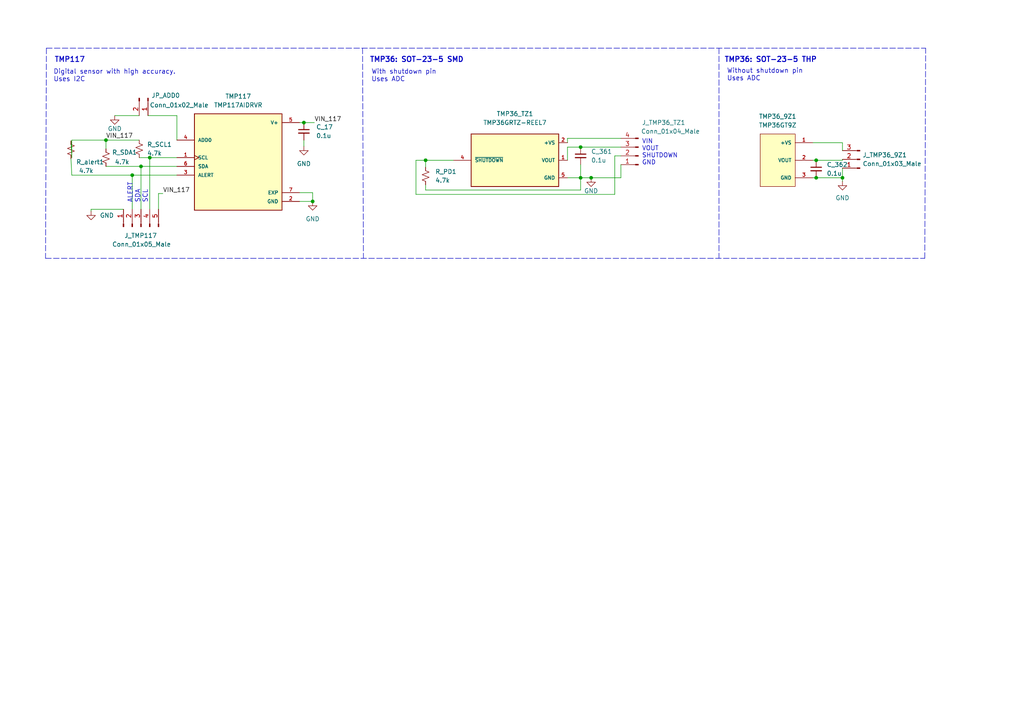
<source format=kicad_sch>
(kicad_sch (version 20211123) (generator eeschema)
  (paper "A4")
  (lib_symbols
    (symbol "Connector:Conn_01x02_Male" (pin_names (offset 1.016) hide)
      (property "Reference" "J" (at 0 2.54 0))
      (property "Value" "Conn_01x02_Male" (at 0 -5.08 0))
      (symbol "Conn_01x02_Male_1_1"
        (polyline (pts (xy 1.27 -2.54) (xy 0.8636 -2.54)) (stroke (width 0.1524)))
        (polyline (pts (xy 1.27 0) (xy 0.8636 0)) (stroke (width 0.1524)))
        (rectangle (start 0.8636 -2.413) (end 0 -2.667) (stroke (width 0.1524)) (fill (type outline)))
        (rectangle (start 0.8636 0.127) (end 0 -0.127) (stroke (width 0.1524)) (fill (type outline)))
        (pin passive line (at 5.08 0 180) (length 3.81) (name "Pin_1") (number "1"))
        (pin passive line (at 5.08 -2.54 180) (length 3.81) (name "Pin_2") (number "2"))
      )
    )
    (symbol "Connector:Conn_01x03_Male" (pin_names (offset 1.016) hide)
      (property "Reference" "J" (at 0 5.08 0))
      (property "Value" "Conn_01x03_Male" (at 0 -5.08 0))
      (symbol "Conn_01x03_Male_1_1"
        (polyline (pts (xy 1.27 -2.54) (xy 0.8636 -2.54)) (stroke (width 0.1524)))
        (polyline (pts (xy 1.27 0) (xy 0.8636 0)) (stroke (width 0.1524)))
        (polyline (pts (xy 1.27 2.54) (xy 0.8636 2.54)) (stroke (width 0.1524)))
        (rectangle (start 0.8636 -2.413) (end 0 -2.667) (stroke (width 0.1524)) (fill (type outline)))
        (rectangle (start 0.8636 0.127) (end 0 -0.127) (stroke (width 0.1524)) (fill (type outline)))
        (rectangle (start 0.8636 2.667) (end 0 2.413) (stroke (width 0.1524)) (fill (type outline)))
        (pin passive line (at 5.08 2.54 180) (length 3.81) (name "Pin_1") (number "1"))
        (pin passive line (at 5.08 0 180) (length 3.81) (name "Pin_2") (number "2"))
        (pin passive line (at 5.08 -2.54 180) (length 3.81) (name "Pin_3") (number "3"))
      )
    )
    (symbol "Connector:Conn_01x04_Male" (pin_names (offset 1.016) hide)
      (property "Reference" "J" (at 0 5.08 0))
      (property "Value" "Conn_01x04_Male" (at 0 -7.62 0))
      (symbol "Conn_01x04_Male_1_1"
        (polyline (pts (xy 1.27 -5.08) (xy 0.8636 -5.08)) (stroke (width 0.1524)))
        (polyline (pts (xy 1.27 -2.54) (xy 0.8636 -2.54)) (stroke (width 0.1524)))
        (polyline (pts (xy 1.27 0) (xy 0.8636 0)) (stroke (width 0.1524)))
        (polyline (pts (xy 1.27 2.54) (xy 0.8636 2.54)) (stroke (width 0.1524)))
        (rectangle (start 0.8636 -4.953) (end 0 -5.207) (stroke (width 0.1524)) (fill (type outline)))
        (rectangle (start 0.8636 -2.413) (end 0 -2.667) (stroke (width 0.1524)) (fill (type outline)))
        (rectangle (start 0.8636 0.127) (end 0 -0.127) (stroke (width 0.1524)) (fill (type outline)))
        (rectangle (start 0.8636 2.667) (end 0 2.413) (stroke (width 0.1524)) (fill (type outline)))
        (pin passive line (at 5.08 2.54 180) (length 3.81) (name "Pin_1") (number "1"))
        (pin passive line (at 5.08 0 180) (length 3.81) (name "Pin_2") (number "2"))
        (pin passive line (at 5.08 -2.54 180) (length 3.81) (name "Pin_3") (number "3"))
        (pin passive line (at 5.08 -5.08 180) (length 3.81) (name "Pin_4") (number "4"))
      )
    )
    (symbol "Connector:Conn_01x05_Male" (pin_names (offset 1.016) hide)
      (property "Reference" "J" (at 0 7.62 0))
      (property "Value" "Conn_01x05_Male" (at 0 -7.62 0))
      (symbol "Conn_01x05_Male_1_1"
        (polyline (pts (xy 1.27 -5.08) (xy 0.8636 -5.08)) (stroke (width 0.1524)))
        (polyline (pts (xy 1.27 -2.54) (xy 0.8636 -2.54)) (stroke (width 0.1524)))
        (polyline (pts (xy 1.27 0) (xy 0.8636 0)) (stroke (width 0.1524)))
        (polyline (pts (xy 1.27 2.54) (xy 0.8636 2.54)) (stroke (width 0.1524)))
        (polyline (pts (xy 1.27 5.08) (xy 0.8636 5.08)) (stroke (width 0.1524)))
        (rectangle (start 0.8636 -4.953) (end 0 -5.207) (stroke (width 0.1524)) (fill (type outline)))
        (rectangle (start 0.8636 -2.413) (end 0 -2.667) (stroke (width 0.1524)) (fill (type outline)))
        (rectangle (start 0.8636 0.127) (end 0 -0.127) (stroke (width 0.1524)) (fill (type outline)))
        (rectangle (start 0.8636 2.667) (end 0 2.413) (stroke (width 0.1524)) (fill (type outline)))
        (rectangle (start 0.8636 5.207) (end 0 4.953) (stroke (width 0.1524)) (fill (type outline)))
        (pin passive line (at 5.08 5.08 180) (length 3.81) (name "Pin_1") (number "1"))
        (pin passive line (at 5.08 2.54 180) (length 3.81) (name "Pin_2") (number "2"))
        (pin passive line (at 5.08 0 180) (length 3.81) (name "Pin_3") (number "3"))
        (pin passive line (at 5.08 -2.54 180) (length 3.81) (name "Pin_4") (number "4"))
        (pin passive line (at 5.08 -5.08 180) (length 3.81) (name "Pin_5") (number "5"))
      )
    )
    (symbol "Device:C_Small" (pin_numbers hide) (pin_names (offset 0.254) hide)
      (property "Reference" "C" (at 0.254 1.778 0))
      (property "Value" "C_Small" (at 0.254 -2.032 0))
      (symbol "C_Small_0_1"
        (polyline (pts (xy -1.524 -0.508) (xy 1.524 -0.508)) (stroke (width 0.3302)))
        (polyline (pts (xy -1.524 0.508) (xy 1.524 0.508)) (stroke (width 0.3048)))
      )
      (symbol "C_Small_1_1"
        (pin passive line (at 0 2.54 270) (length 2.032) (name "~") (number "1"))
        (pin passive line (at 0 -2.54 90) (length 2.032) (name "~") (number "2"))
      )
    )
    (symbol "Device:R_Small_US" (pin_numbers hide) (pin_names (offset 0.254) hide)
      (property "Reference" "R" (at 0.762 0.508 0))
      (property "Value" "R_Small_US" (at 0.762 -1.016 0))
      (symbol "R_Small_US_1_1"
        (polyline (pts (xy 0 0) (xy 1.016 -0.381) (xy 0 -0.762) (xy -1.016 -1.143) (xy 0 -1.524)))
        (polyline (pts (xy 0 1.524) (xy 1.016 1.143) (xy 0 0.762) (xy -1.016 0.381) (xy 0 0)))
        (pin passive line (at 0 2.54 270) (length 1.016) (name "~") (number "1"))
        (pin passive line (at 0 -2.54 90) (length 1.016) (name "~") (number "2"))
      )
    )
    (symbol "TMP117AIDRVR:TMP117AIDRVR" (pin_names (offset 1.016))
      (property "Reference" "U" (at -12.7 13.7 0))
      (property "Value" "TMP117AIDRVR" (at -12.7 -17.78 0))
      (symbol "TMP117AIDRVR_0_0"
        (rectangle (start -12.7 -15.24) (end 12.7 12.7) (stroke (width 0.254)) (fill (type background)))
        (pin input clock (at -17.78 0 0) (length 5.08) (name "SCL") (number "1"))
        (pin power_in line (at 17.78 -12.7 180) (length 5.08) (name "GND") (number "2"))
        (pin output line (at -17.78 -5.08 0) (length 5.08) (name "ALERT") (number "3"))
        (pin input line (at -17.78 5.08 0) (length 5.08) (name "ADD0") (number "4"))
        (pin power_in line (at 17.78 10.16 180) (length 5.08) (name "V+") (number "5"))
        (pin bidirectional line (at -17.78 -2.54 0) (length 5.08) (name "SDA") (number "6"))
        (pin power_in line (at 17.78 -10.16 180) (length 5.08) (name "EXP") (number "7"))
      )
    )
    (symbol "TMP36GRTZ-REEL7:TMP36GRTZ-REEL7" (pin_names (offset 1.016))
      (property "Reference" "TMP36_TZ" (at 0 13.462 0))
      (property "Value" "TMP36GRTZ-REEL7" (at 0 10.922 0))
      (symbol "TMP36GRTZ-REEL7_0_0"
        (rectangle (start -12.7 -7.62) (end 12.7 7.62) (stroke (width 0.254)) (fill (type background)))
        (pin output line (at 15.24 0 180) (length 2.54) (name "VOUT") (number "1"))
        (pin power_in line (at 15.24 5.08 180) (length 2.54) (name "+VS") (number "2"))
        (pin input line (at -17.78 0 0) (length 5.08) (name "~{SHUTDOWN}") (number "4"))
        (pin input line (at 15.24 -5.08 180) (length 2.54) (name "GND") (number "5"))
      )
    )
    (symbol "TMP36GT9Z:TMP36GT9Z" (pin_names (offset 1.016))
      (property "Reference" "TMP36_9Z" (at 0 12.7 0))
      (property "Value" "TMP36GT9Z" (at 0 10.16 0))
      (symbol "TMP36GT9Z_0_0"
        (rectangle (start -5.08 -7.62) (end 5.08 7.62) (stroke (width 0.1524)) (fill (type background)))
        (pin power_in line (at 10.16 5.08 180) (length 5.08) (name "+VS") (number "1"))
        (pin output line (at 10.16 0 180) (length 5.08) (name "VOUT") (number "2"))
        (pin input line (at 10.16 -5.08 180) (length 5.08) (name "GND") (number "3"))
      )
    )
    (symbol "power:GND" (power) (pin_names (offset 0))
      (property "Value" "GND" (at 0 -3.81 0))
      (symbol "GND_0_1"
        (polyline (pts (xy 0 0) (xy 0 -1.27) (xy 1.27 -1.27) (xy 0 -2.54) (xy -1.27 -1.27) (xy 0 -1.27)))
      )
      (symbol "GND_1_1"
        (pin power_in line (at 0 0 270) (length 0) hide (name "GND") (number "1"))
      )
    )
  )
  (junction (at 90.678 58.42))
  (junction (at 40.894 48.26))
  (junction (at 168.402 51.562))
  (junction (at 168.402 42.672))
  (junction (at 43.434 45.72))
  (junction (at 30.734 40.64))
  (junction (at 38.354 50.8))
  (junction (at 244.348 51.562))
  (junction (at 171.45 51.562))
  (junction (at 236.728 46.482))
  (junction (at 123.444 46.482))
  (junction (at 88.138 35.56))
  (junction (at 236.728 51.562))
  (wire (pts (xy 168.402 51.562) (xy 168.402 55.118)))
  (wire (pts (xy 164.592 40.132) (xy 164.592 41.402)))
  (wire (pts (xy 20.828 50.8) (xy 20.574 45.974)))
  (wire (pts (xy 123.444 55.118) (xy 168.402 55.118)))
  (wire (pts (xy 178.308 45.212) (xy 180.086 45.212)))
  (wire (pts (xy 20.828 50.8) (xy 38.354 50.8)))
  (wire (pts (xy 244.348 41.402) (xy 244.348 43.688)))
  (wire (pts (xy 123.444 53.594) (xy 123.444 55.118)))
  (wire (pts (xy 20.828 40.64) (xy 30.734 40.64)))
  (wire (pts (xy 90.678 55.88) (xy 90.678 58.42)))
  (polyline (pts (xy 13.462 13.97) (xy 268.478 13.97)))
  (wire (pts (xy 168.402 51.562) (xy 171.45 51.562)))
  (wire (pts (xy 168.402 47.752) (xy 168.402 51.562)))
  (wire (pts (xy 40.386 45.72) (xy 43.434 45.72)))
  (wire (pts (xy 40.386 40.64) (xy 30.734 40.64)))
  (wire (pts (xy 86.868 58.42) (xy 90.678 58.42)))
  (wire (pts (xy 164.592 51.562) (xy 168.402 51.562)))
  (wire (pts (xy 178.308 56.388) (xy 178.308 45.212)))
  (wire (pts (xy 38.354 50.8) (xy 38.354 60.706)))
  (wire (pts (xy 45.974 60.706) (xy 45.974 56.134)))
  (wire (pts (xy 42.926 33.528) (xy 51.308 33.528)))
  (wire (pts (xy 164.592 40.132) (xy 180.086 40.132)))
  (polyline (pts (xy 208.534 13.97) (xy 208.534 74.93)))
  (wire (pts (xy 88.138 35.56) (xy 91.186 35.56)))
  (wire (pts (xy 164.592 46.482) (xy 164.592 42.672)))
  (wire (pts (xy 43.434 45.72) (xy 51.308 45.72)))
  (wire (pts (xy 235.712 41.402) (xy 244.348 41.402)))
  (wire (pts (xy 45.974 56.134) (xy 47.244 56.134)))
  (wire (pts (xy 244.348 51.562) (xy 244.348 52.578)))
  (wire (pts (xy 168.402 42.672) (xy 180.086 42.672)))
  (wire (pts (xy 30.734 48.26) (xy 40.894 48.26)))
  (polyline (pts (xy 13.208 74.93) (xy 268.224 74.93)))
  (wire (pts (xy 30.734 40.386) (xy 30.734 40.64)))
  (wire (pts (xy 20.828 45.72) (xy 20.574 40.894)))
  (wire (pts (xy 20.828 45.72) (xy 20.828 40.64)))
  (wire (pts (xy 180.086 47.752) (xy 180.086 51.562)))
  (wire (pts (xy 38.354 50.8) (xy 51.308 50.8)))
  (wire (pts (xy 51.308 40.64) (xy 51.308 33.528)))
  (wire (pts (xy 30.734 40.64) (xy 30.734 43.18)))
  (polyline (pts (xy 105.156 13.97) (xy 105.41 74.93)))
  (wire (pts (xy 26.416 60.706) (xy 26.416 61.214)))
  (wire (pts (xy 180.086 51.562) (xy 171.45 51.562)))
  (wire (pts (xy 40.894 48.26) (xy 40.894 60.706)))
  (polyline (pts (xy 13.462 13.97) (xy 13.208 74.93)))
  (wire (pts (xy 244.348 51.562) (xy 244.348 48.768)))
  (wire (pts (xy 86.868 55.88) (xy 90.678 55.88)))
  (wire (pts (xy 40.894 48.26) (xy 51.308 48.26)))
  (wire (pts (xy 120.65 46.482) (xy 123.444 46.482)))
  (wire (pts (xy 244.348 46.482) (xy 244.348 46.228)))
  (polyline (pts (xy 268.224 74.93) (xy 268.478 13.97)))
  (wire (pts (xy 235.712 46.482) (xy 236.728 46.482)))
  (wire (pts (xy 235.712 51.562) (xy 236.728 51.562)))
  (wire (pts (xy 43.434 45.72) (xy 43.434 60.706)))
  (wire (pts (xy 164.592 42.672) (xy 168.402 42.672)))
  (wire (pts (xy 236.728 51.562) (xy 244.348 51.562)))
  (wire (pts (xy 236.728 46.482) (xy 244.348 46.482)))
  (wire (pts (xy 123.444 46.482) (xy 131.572 46.482)))
  (wire (pts (xy 120.65 56.388) (xy 178.308 56.388)))
  (wire (pts (xy 88.138 40.64) (xy 88.138 42.418)))
  (wire (pts (xy 123.444 46.482) (xy 123.444 48.514)))
  (wire (pts (xy 86.868 35.56) (xy 88.138 35.56)))
  (wire (pts (xy 35.814 60.706) (xy 26.416 60.706)))
  (wire (pts (xy 33.274 33.528) (xy 40.386 33.528)))
  (wire (pts (xy 120.65 56.388) (xy 120.65 46.482)))
  (text "Without shutdown pin\nUses ADC " (at 210.82 23.622 0) (effects (font (size 1.35 1.35)) (justify left bottom)))
  (text "Digital sensor with high accuracy.\nUses I2C " (at 15.494 23.876 0) (effects (font (size 1.35 1.35)) (justify left bottom)))
  (text "TMP36: SOT-23-5 THP" (at 210.058 18.288 0) (effects (font (size 1.5 1.5) (thickness 0.28) bold) (justify left bottom)))
  (text "TMP36: SOT-23-5 SMD " (at 107.188 18.288 0) (effects (font (size 1.5 1.5) (thickness 0.28) bold) (justify left bottom)))
  (text "VIN\nVOUT\nSHUTDOWN\nGND\n\n" (at 186.182 50.038 0) (effects (font (size 1.27 1.27)) (justify left bottom)))
  (text "ALERT\nSDA\nSCL" (at 42.926 58.928 90) (effects (font (size 1.35 1.35)) (justify left bottom)))
  (text "With shutdown pin\nUses ADC " (at 107.696 23.876 0) (effects (font (size 1.35 1.35)) (justify left bottom)))
  (text "TMP117" (at 15.748 18.288 0) (effects (font (size 1.5 1.5) (thickness 0.254) bold) (justify left bottom)))
  (label "VIN_117" (at 91.186 35.56 0))
  (label "VIN_117" (at 30.734 40.386 0))
  (label "VIN_117" (at 47.244 56.134 0))
  (symbol (lib_id "TMP117AIDRVR:TMP117AIDRVR") (at 69.088 45.72 0) (unit 1)
    (property "Reference" "TMP117" (at 69.088 27.94 0))
    (property "Value" "TMP117AIDRVR" (at 69.088 30.48 0))
    (property "Footprint" "TMP117AIDRVR_footprint:SON65P200X200X80-7N" (effects hide))
    (property "MF" "Texas Instruments" (effects hide))
    (property "MAXIMUM_PACKAGE_HEIGHT" "0.8 mm" (effects hide))
    (property "Package" "WSON-6 Texas Instruments" (effects hide))
    (property "Price" "None" (effects hide))
    (property "Check_prices" "https://www.snapeda.com/parts/TMP117AIDRVR/Texas+Instruments/view-part/?ref=eda" (effects hide))
    (property "STANDARD" "IPC 7351B" (effects hide))
    (property "PARTREV" "B" (effects hide))
    (property "SnapEDA_Link" "https://www.snapeda.com/parts/TMP117AIDRVR/Texas+Instruments/view-part/?ref=snap" (effects hide))
    (property "MP" "TMP117AIDRVR" (effects hide))
    (property "Description" "\n                        \n                            0.1°C digital temperature sensor, 48-bit EEPROM, PT100/PT1000 RTD replacement\n                        \n" (effects hide))
    (property "Availability" "In Stock" (effects hide))
    (property "MANUFACTURER" "Texas Instruments" (effects hide))
  )
  (symbol (lib_id "Device:R_Small_US") (at 20.574 43.434 0) (unit 1)
    (property "Reference" "R_alert1" (at 22.098 46.99 0) (effects (justify left)))
    (property "Value" "4.7k" (at 22.86 49.5299 0) (effects (justify left)))
    (property "Footprint" "Resistor_SMD:R_0603_1608Metric" (effects hide))
  )
  (symbol (lib_id "Device:R_Small_US") (at 30.734 45.72 0) (unit 1)
    (property "Reference" "R_SDA1" (at 32.512 44.196 0) (effects (justify left)))
    (property "Value" "4.7k" (at 33.274 46.9899 0) (effects (justify left)))
    (property "Footprint" "Resistor_SMD:R_0603_1608Metric" (effects hide))
  )
  (symbol (lib_id "power:GND") (at 90.678 58.42 0) (unit 1)
    (property "Reference" "#PWR0104" (effects hide))
    (property "Value" "GND" (at 90.678 63.5 0))
  )
  (symbol (lib_id "power:GND") (at 244.348 52.578 0) (unit 1)
    (property "Reference" "#PWR0106" (effects hide))
    (property "Value" "GND" (at 244.348 57.404 0))
  )
  (symbol (lib_id "power:GND") (at 171.45 51.562 0) (unit 1)
    (property "Reference" "#PWR0105" (effects hide))
    (property "Value" "GND" (at 171.45 55.372 0))
  )
  (symbol (lib_id "TMP36GT9Z:TMP36GT9Z") (at 225.552 46.482 0) (unit 1)
    (property "Reference" "TMP36_9Z1" (at 225.552 33.782 0))
    (property "Value" "TMP36GT9Z" (at 225.552 36.322 0))
    (property "Footprint" "TMP36GT9Z_footprint:TO92127P521H733-3" (effects hide))
    (property "MF" "Analog Devices" (effects hide))
    (property "Description" "\n                        \n                            Voltage Output Temperature Sensors\n                        \n" (effects hide))
    (property "Package" "TO-3 Analog Devices" (effects hide))
    (property "Price" "None" (effects hide))
    (property "Check_prices" "https://www.snapeda.com/parts/TMP36GT9Z/Analog+Devices/view-part/?ref=eda" (effects hide))
    (property "STANDARD" "IPC-7251" (effects hide))
    (property "PARTREV" "H" (effects hide))
    (property "SnapEDA_Link" "https://www.snapeda.com/parts/TMP36GT9Z/Analog+Devices/view-part/?ref=snap" (effects hide))
    (property "MP" "TMP36GT9Z" (effects hide))
    (property "Availability" "In Stock" (effects hide))
    (property "MANUFACTURER" "Analog Devices" (effects hide))
  )
  (symbol (lib_id "power:GND") (at 33.274 33.528 0) (unit 1)
    (property "Reference" "#PWR0101" (effects hide))
    (property "Value" "GND" (at 33.274 37.338 0))
  )
  (symbol (lib_id "Connector:Conn_01x02_Male") (at 42.926 28.448 270) (unit 1)
    (property "Reference" "JP_ADD0" (at 43.942 27.686 90) (effects (justify left)))
    (property "Value" "Conn_01x02_Male" (at 43.434 30.48 90) (effects (justify left)))
    (property "Footprint" "Connector_PinHeader_2.54mm:PinHeader_1x02_P2.54mm_Vertical" (effects hide))
  )
  (symbol (lib_id "Device:R_Small_US") (at 40.386 43.18 0) (unit 1)
    (property "Reference" "R_SCL1" (at 42.672 41.9099 0) (effects (justify left)))
    (property "Value" "4.7k" (at 42.672 44.4499 0) (effects (justify left)))
    (property "Footprint" "Resistor_SMD:R_0603_1608Metric" (effects hide))
  )
  (symbol (lib_id "Device:C_Small") (at 168.402 45.212 0) (unit 1)
    (property "Reference" "C_361" (at 171.45 43.9482 0) (effects (justify left)))
    (property "Value" "0.1u" (at 171.45 46.4882 0) (effects (justify left)))
    (property "Footprint" "Capacitor_SMD:C_0402_1005Metric" (effects hide))
  )
  (symbol (lib_id "power:GND") (at 26.416 61.214 0) (unit 1)
    (property "Reference" "#PWR0102" (effects hide))
    (property "Value" "GND" (at 28.956 62.4839 0) (effects (justify left)))
  )
  (symbol (lib_id "Device:C_Small") (at 236.728 49.022 0) (unit 1)
    (property "Reference" "C_362" (at 239.776 47.7582 0) (effects (justify left)))
    (property "Value" "0.1u" (at 239.776 50.2982 0) (effects (justify left)))
    (property "Footprint" "Capacitor_SMD:C_0402_1005Metric" (effects hide))
  )
  (symbol (lib_id "Connector:Conn_01x05_Male") (at 40.894 65.786 90) (unit 1)
    (property "Reference" "J_TMP117" (at 36.068 68.326 90) (effects (justify right)))
    (property "Value" "Conn_01x05_Male" (at 32.512 70.866 90) (effects (justify right)))
    (property "Footprint" "Connector_PinHeader_2.54mm:PinHeader_1x05_P2.54mm_Vertical" (effects hide))
  )
  (symbol (lib_id "Connector:Conn_01x03_Male") (at 249.428 46.228 180) (unit 1)
    (property "Reference" "J_TMP36_9Z1" (at 250.19 44.9579 0) (effects (justify right)))
    (property "Value" "Conn_01x03_Male" (at 250.19 47.4979 0) (effects (justify right)))
    (property "Footprint" "Connector_PinHeader_2.54mm:PinHeader_1x03_P2.54mm_Vertical" (effects hide))
  )
  (symbol (lib_id "Connector:Conn_01x04_Male") (at 185.166 45.212 180) (unit 1)
    (property "Reference" "J_TMP36_TZ1" (at 186.182 35.56 0) (effects (justify right)))
    (property "Value" "Conn_01x04_Male" (at 185.928 38.1 0) (effects (justify right)))
    (property "Footprint" "Connector_PinHeader_2.54mm:PinHeader_1x04_P2.54mm_Vertical" (effects hide))
  )
  (symbol (lib_id "Device:R_Small_US") (at 123.444 51.054 0) (unit 1)
    (property "Reference" "R_PD1" (at 126.238 49.7839 0) (effects (justify left)))
    (property "Value" "4.7k" (at 126.238 52.3239 0) (effects (justify left)))
    (property "Footprint" "Resistor_SMD:R_0603_1608Metric" (effects hide))
  )
  (symbol (lib_id "power:GND") (at 88.138 42.418 0) (unit 1)
    (property "Reference" "#PWR0103" (effects hide))
    (property "Value" "GND" (at 88.138 47.498 0))
  )
  (symbol (lib_id "Device:C_Small") (at 88.138 38.1 0) (unit 1)
    (property "Reference" "C_17" (at 91.694 36.8362 0) (effects (justify left)))
    (property "Value" "0.1u" (at 91.694 39.3762 0) (effects (justify left)))
    (property "Footprint" "Capacitor_SMD:C_0402_1005Metric" (effects hide))
  )
  (symbol (lib_id "TMP36GRTZ-REEL7:TMP36GRTZ-REEL7") (at 149.352 46.482 0) (unit 1)
    (property "Reference" "TMP36_TZ1" (at 149.352 33.02 0))
    (property "Value" "TMP36GRTZ-REEL7" (at 149.352 35.56 0))
    (property "Footprint" "TMP36GRTZ_footprint:SOT95P280X145-5N" (effects hide))
    (property "MF" "Analog Devices" (effects hide))
    (property "Description" "\n                        \n                            Temperature Sensor Analog, Local -40°C ~ 125°C 10mV/°C SOT-23-5\n                        \n" (effects hide))
    (property "Package" "SOT-23 Analog Devices" (effects hide))
    (property "Price" "None" (effects hide))
    (property "STANDARD" "IPC-7351B" (effects hide))
    (property "PARTREV" "H" (effects hide))
    (property "SnapEDA_Link" "https://www.snapeda.com/parts/TMP36GRTZ/Analog+Devices/view-part/?ref=snap" (effects hide))
    (property "MP" "TMP36GRTZ" (effects hide))
    (property "Availability" "In Stock" (effects hide))
    (property "Check_prices" "https://www.snapeda.com/parts/TMP36GRTZ/Analog+Devices/view-part/?ref=eda" (effects hide))
  )
)
</source>
